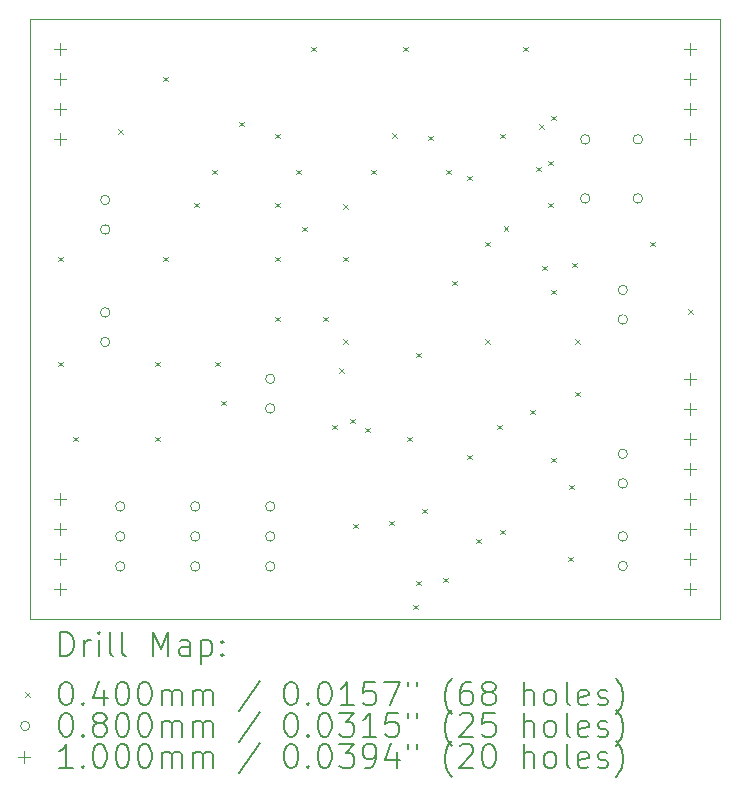
<source format=gbr>
%FSLAX45Y45*%
G04 Gerber Fmt 4.5, Leading zero omitted, Abs format (unit mm)*
G04 Created by KiCad (PCBNEW 6.0.5+dfsg-1~bpo11+1) date 2022-08-15 22:36:42*
%MOMM*%
%LPD*%
G01*
G04 APERTURE LIST*
%TA.AperFunction,Profile*%
%ADD10C,0.050000*%
%TD*%
%ADD11C,0.200000*%
%ADD12C,0.040000*%
%ADD13C,0.080000*%
%ADD14C,0.100000*%
G04 APERTURE END LIST*
D10*
X12001500Y-7366000D02*
X12001500Y-12446000D01*
X17843500Y-7366000D02*
X17843500Y-12446000D01*
X12001500Y-12446000D02*
X17843500Y-12446000D01*
X12001500Y-7366000D02*
X17843500Y-7366000D01*
D11*
D12*
X12235500Y-9378000D02*
X12275500Y-9418000D01*
X12275500Y-9378000D02*
X12235500Y-9418000D01*
X12235500Y-10267000D02*
X12275500Y-10307000D01*
X12275500Y-10267000D02*
X12235500Y-10307000D01*
X12362500Y-10902000D02*
X12402500Y-10942000D01*
X12402500Y-10902000D02*
X12362500Y-10942000D01*
X12743500Y-8298500D02*
X12783500Y-8338500D01*
X12783500Y-8298500D02*
X12743500Y-8338500D01*
X13061000Y-10267000D02*
X13101000Y-10307000D01*
X13101000Y-10267000D02*
X13061000Y-10307000D01*
X13061000Y-10902000D02*
X13101000Y-10942000D01*
X13101000Y-10902000D02*
X13061000Y-10942000D01*
X13124500Y-7854000D02*
X13164500Y-7894000D01*
X13164500Y-7854000D02*
X13124500Y-7894000D01*
X13124500Y-9378000D02*
X13164500Y-9418000D01*
X13164500Y-9378000D02*
X13124500Y-9418000D01*
X13391200Y-8920800D02*
X13431200Y-8960800D01*
X13431200Y-8920800D02*
X13391200Y-8960800D01*
X13543600Y-8641400D02*
X13583600Y-8681400D01*
X13583600Y-8641400D02*
X13543600Y-8681400D01*
X13569000Y-10267000D02*
X13609000Y-10307000D01*
X13609000Y-10267000D02*
X13569000Y-10307000D01*
X13619800Y-10597200D02*
X13659800Y-10637200D01*
X13659800Y-10597200D02*
X13619800Y-10637200D01*
X13772200Y-8235000D02*
X13812200Y-8275000D01*
X13812200Y-8235000D02*
X13772200Y-8275000D01*
X14077000Y-8336600D02*
X14117000Y-8376600D01*
X14117000Y-8336600D02*
X14077000Y-8376600D01*
X14077000Y-8920800D02*
X14117000Y-8960800D01*
X14117000Y-8920800D02*
X14077000Y-8960800D01*
X14077000Y-9378000D02*
X14117000Y-9418000D01*
X14117000Y-9378000D02*
X14077000Y-9418000D01*
X14077000Y-9886000D02*
X14117000Y-9926000D01*
X14117000Y-9886000D02*
X14077000Y-9926000D01*
X14254800Y-8641400D02*
X14294800Y-8681400D01*
X14294800Y-8641400D02*
X14254800Y-8681400D01*
X14305600Y-9124000D02*
X14345600Y-9164000D01*
X14345600Y-9124000D02*
X14305600Y-9164000D01*
X14381800Y-7600000D02*
X14421800Y-7640000D01*
X14421800Y-7600000D02*
X14381800Y-7640000D01*
X14483400Y-9886000D02*
X14523400Y-9926000D01*
X14523400Y-9886000D02*
X14483400Y-9926000D01*
X14559600Y-10800400D02*
X14599600Y-10840400D01*
X14599600Y-10800400D02*
X14559600Y-10840400D01*
X14613550Y-10320950D02*
X14653550Y-10360950D01*
X14653550Y-10320950D02*
X14613550Y-10360950D01*
X14648500Y-8933500D02*
X14688500Y-8973500D01*
X14688500Y-8933500D02*
X14648500Y-8973500D01*
X14648500Y-9378000D02*
X14688500Y-9418000D01*
X14688500Y-9378000D02*
X14648500Y-9418000D01*
X14648500Y-10076500D02*
X14688500Y-10116500D01*
X14688500Y-10076500D02*
X14648500Y-10116500D01*
X14712000Y-10749600D02*
X14752000Y-10789600D01*
X14752000Y-10749600D02*
X14712000Y-10789600D01*
X14737400Y-11638600D02*
X14777400Y-11678600D01*
X14777400Y-11638600D02*
X14737400Y-11678600D01*
X14839000Y-10825800D02*
X14879000Y-10865800D01*
X14879000Y-10825800D02*
X14839000Y-10865800D01*
X14889800Y-8641400D02*
X14929800Y-8681400D01*
X14929800Y-8641400D02*
X14889800Y-8681400D01*
X15042200Y-11613200D02*
X15082200Y-11653200D01*
X15082200Y-11613200D02*
X15042200Y-11653200D01*
X15064400Y-8333400D02*
X15104400Y-8373400D01*
X15104400Y-8333400D02*
X15064400Y-8373400D01*
X15156500Y-7600000D02*
X15196500Y-7640000D01*
X15196500Y-7600000D02*
X15156500Y-7640000D01*
X15194600Y-10902000D02*
X15234600Y-10942000D01*
X15234600Y-10902000D02*
X15194600Y-10942000D01*
X15245400Y-12324400D02*
X15285400Y-12364400D01*
X15285400Y-12324400D02*
X15245400Y-12364400D01*
X15270800Y-10190800D02*
X15310800Y-10230800D01*
X15310800Y-10190800D02*
X15270800Y-10230800D01*
X15270800Y-12121200D02*
X15310800Y-12161200D01*
X15310800Y-12121200D02*
X15270800Y-12161200D01*
X15321600Y-11511600D02*
X15361600Y-11551600D01*
X15361600Y-11511600D02*
X15321600Y-11551600D01*
X15372400Y-8355600D02*
X15412400Y-8395600D01*
X15412400Y-8355600D02*
X15372400Y-8395600D01*
X15499400Y-12095800D02*
X15539400Y-12135800D01*
X15539400Y-12095800D02*
X15499400Y-12135800D01*
X15524800Y-8641400D02*
X15564800Y-8681400D01*
X15564800Y-8641400D02*
X15524800Y-8681400D01*
X15575600Y-9581200D02*
X15615600Y-9621200D01*
X15615600Y-9581200D02*
X15575600Y-9621200D01*
X15702600Y-8692200D02*
X15742600Y-8732200D01*
X15742600Y-8692200D02*
X15702600Y-8732200D01*
X15702600Y-11054400D02*
X15742600Y-11094400D01*
X15742600Y-11054400D02*
X15702600Y-11094400D01*
X15778800Y-11765600D02*
X15818800Y-11805600D01*
X15818800Y-11765600D02*
X15778800Y-11805600D01*
X15855000Y-9251000D02*
X15895000Y-9291000D01*
X15895000Y-9251000D02*
X15855000Y-9291000D01*
X15855000Y-10076500D02*
X15895000Y-10116500D01*
X15895000Y-10076500D02*
X15855000Y-10116500D01*
X15956600Y-10800400D02*
X15996600Y-10840400D01*
X15996600Y-10800400D02*
X15956600Y-10840400D01*
X15982000Y-8336600D02*
X16022000Y-8376600D01*
X16022000Y-8336600D02*
X15982000Y-8376600D01*
X15982000Y-11689400D02*
X16022000Y-11729400D01*
X16022000Y-11689400D02*
X15982000Y-11729400D01*
X16008900Y-9122500D02*
X16048900Y-9162500D01*
X16048900Y-9122500D02*
X16008900Y-9162500D01*
X16172500Y-7600000D02*
X16212500Y-7640000D01*
X16212500Y-7600000D02*
X16172500Y-7640000D01*
X16236000Y-10673400D02*
X16276000Y-10713400D01*
X16276000Y-10673400D02*
X16236000Y-10713400D01*
X16286800Y-8616000D02*
X16326800Y-8656000D01*
X16326800Y-8616000D02*
X16286800Y-8656000D01*
X16312200Y-8259150D02*
X16352200Y-8299150D01*
X16352200Y-8259150D02*
X16312200Y-8299150D01*
X16337600Y-9454200D02*
X16377600Y-9494200D01*
X16377600Y-9454200D02*
X16337600Y-9494200D01*
X16388400Y-8565200D02*
X16428400Y-8605200D01*
X16428400Y-8565200D02*
X16388400Y-8605200D01*
X16388400Y-8920800D02*
X16428400Y-8960800D01*
X16428400Y-8920800D02*
X16388400Y-8960800D01*
X16413800Y-8184200D02*
X16453800Y-8224200D01*
X16453800Y-8184200D02*
X16413800Y-8224200D01*
X16413800Y-9657400D02*
X16453800Y-9697400D01*
X16453800Y-9657400D02*
X16413800Y-9697400D01*
X16413800Y-11079800D02*
X16453800Y-11119800D01*
X16453800Y-11079800D02*
X16413800Y-11119800D01*
X16553500Y-11918000D02*
X16593500Y-11958000D01*
X16593500Y-11918000D02*
X16553500Y-11958000D01*
X16566200Y-11308400D02*
X16606200Y-11348400D01*
X16606200Y-11308400D02*
X16566200Y-11348400D01*
X16591600Y-9428800D02*
X16631600Y-9468800D01*
X16631600Y-9428800D02*
X16591600Y-9468800D01*
X16617000Y-10076500D02*
X16657000Y-10116500D01*
X16657000Y-10076500D02*
X16617000Y-10116500D01*
X16617000Y-10521000D02*
X16657000Y-10561000D01*
X16657000Y-10521000D02*
X16617000Y-10561000D01*
X17252000Y-9251000D02*
X17292000Y-9291000D01*
X17292000Y-9251000D02*
X17252000Y-9291000D01*
X17569500Y-9822500D02*
X17609500Y-9862500D01*
X17609500Y-9822500D02*
X17569500Y-9862500D01*
D13*
X12676500Y-8898762D02*
G75*
G03*
X12676500Y-8898762I-40000J0D01*
G01*
X12676500Y-9148762D02*
G75*
G03*
X12676500Y-9148762I-40000J0D01*
G01*
X12676500Y-9851262D02*
G75*
G03*
X12676500Y-9851262I-40000J0D01*
G01*
X12676500Y-10101262D02*
G75*
G03*
X12676500Y-10101262I-40000J0D01*
G01*
X12803500Y-11493500D02*
G75*
G03*
X12803500Y-11493500I-40000J0D01*
G01*
X12803500Y-11747500D02*
G75*
G03*
X12803500Y-11747500I-40000J0D01*
G01*
X12803500Y-12001500D02*
G75*
G03*
X12803500Y-12001500I-40000J0D01*
G01*
X13438500Y-11493500D02*
G75*
G03*
X13438500Y-11493500I-40000J0D01*
G01*
X13438500Y-11747500D02*
G75*
G03*
X13438500Y-11747500I-40000J0D01*
G01*
X13438500Y-12001500D02*
G75*
G03*
X13438500Y-12001500I-40000J0D01*
G01*
X14073500Y-10414000D02*
G75*
G03*
X14073500Y-10414000I-40000J0D01*
G01*
X14073500Y-10664000D02*
G75*
G03*
X14073500Y-10664000I-40000J0D01*
G01*
X14073500Y-11493500D02*
G75*
G03*
X14073500Y-11493500I-40000J0D01*
G01*
X14073500Y-11747500D02*
G75*
G03*
X14073500Y-11747500I-40000J0D01*
G01*
X14073500Y-12001500D02*
G75*
G03*
X14073500Y-12001500I-40000J0D01*
G01*
X16740500Y-8386000D02*
G75*
G03*
X16740500Y-8386000I-40000J0D01*
G01*
X16740500Y-8886000D02*
G75*
G03*
X16740500Y-8886000I-40000J0D01*
G01*
X17058000Y-9660762D02*
G75*
G03*
X17058000Y-9660762I-40000J0D01*
G01*
X17058000Y-9910762D02*
G75*
G03*
X17058000Y-9910762I-40000J0D01*
G01*
X17058000Y-11049000D02*
G75*
G03*
X17058000Y-11049000I-40000J0D01*
G01*
X17058000Y-11299000D02*
G75*
G03*
X17058000Y-11299000I-40000J0D01*
G01*
X17058000Y-11747500D02*
G75*
G03*
X17058000Y-11747500I-40000J0D01*
G01*
X17058000Y-11997500D02*
G75*
G03*
X17058000Y-11997500I-40000J0D01*
G01*
X17185000Y-8386000D02*
G75*
G03*
X17185000Y-8386000I-40000J0D01*
G01*
X17185000Y-8886000D02*
G75*
G03*
X17185000Y-8886000I-40000J0D01*
G01*
D14*
X12255500Y-7570000D02*
X12255500Y-7670000D01*
X12205500Y-7620000D02*
X12305500Y-7620000D01*
X12255500Y-7824000D02*
X12255500Y-7924000D01*
X12205500Y-7874000D02*
X12305500Y-7874000D01*
X12255500Y-8078000D02*
X12255500Y-8178000D01*
X12205500Y-8128000D02*
X12305500Y-8128000D01*
X12255500Y-8332000D02*
X12255500Y-8432000D01*
X12205500Y-8382000D02*
X12305500Y-8382000D01*
X12255500Y-11380000D02*
X12255500Y-11480000D01*
X12205500Y-11430000D02*
X12305500Y-11430000D01*
X12255500Y-11634000D02*
X12255500Y-11734000D01*
X12205500Y-11684000D02*
X12305500Y-11684000D01*
X12255500Y-11888000D02*
X12255500Y-11988000D01*
X12205500Y-11938000D02*
X12305500Y-11938000D01*
X12255500Y-12142000D02*
X12255500Y-12242000D01*
X12205500Y-12192000D02*
X12305500Y-12192000D01*
X17589500Y-7570000D02*
X17589500Y-7670000D01*
X17539500Y-7620000D02*
X17639500Y-7620000D01*
X17589500Y-7824000D02*
X17589500Y-7924000D01*
X17539500Y-7874000D02*
X17639500Y-7874000D01*
X17589500Y-8078000D02*
X17589500Y-8178000D01*
X17539500Y-8128000D02*
X17639500Y-8128000D01*
X17589500Y-8332000D02*
X17589500Y-8432000D01*
X17539500Y-8382000D02*
X17639500Y-8382000D01*
X17589500Y-10364000D02*
X17589500Y-10464000D01*
X17539500Y-10414000D02*
X17639500Y-10414000D01*
X17589500Y-10618000D02*
X17589500Y-10718000D01*
X17539500Y-10668000D02*
X17639500Y-10668000D01*
X17589500Y-10872000D02*
X17589500Y-10972000D01*
X17539500Y-10922000D02*
X17639500Y-10922000D01*
X17589500Y-11126000D02*
X17589500Y-11226000D01*
X17539500Y-11176000D02*
X17639500Y-11176000D01*
X17589500Y-11380000D02*
X17589500Y-11480000D01*
X17539500Y-11430000D02*
X17639500Y-11430000D01*
X17589500Y-11634000D02*
X17589500Y-11734000D01*
X17539500Y-11684000D02*
X17639500Y-11684000D01*
X17589500Y-11888000D02*
X17589500Y-11988000D01*
X17539500Y-11938000D02*
X17639500Y-11938000D01*
X17589500Y-12142000D02*
X17589500Y-12242000D01*
X17539500Y-12192000D02*
X17639500Y-12192000D01*
D11*
X12256619Y-12758976D02*
X12256619Y-12558976D01*
X12304238Y-12558976D01*
X12332809Y-12568500D01*
X12351857Y-12587548D01*
X12361381Y-12606595D01*
X12370905Y-12644690D01*
X12370905Y-12673262D01*
X12361381Y-12711357D01*
X12351857Y-12730405D01*
X12332809Y-12749452D01*
X12304238Y-12758976D01*
X12256619Y-12758976D01*
X12456619Y-12758976D02*
X12456619Y-12625643D01*
X12456619Y-12663738D02*
X12466143Y-12644690D01*
X12475667Y-12635167D01*
X12494714Y-12625643D01*
X12513762Y-12625643D01*
X12580428Y-12758976D02*
X12580428Y-12625643D01*
X12580428Y-12558976D02*
X12570905Y-12568500D01*
X12580428Y-12578024D01*
X12589952Y-12568500D01*
X12580428Y-12558976D01*
X12580428Y-12578024D01*
X12704238Y-12758976D02*
X12685190Y-12749452D01*
X12675667Y-12730405D01*
X12675667Y-12558976D01*
X12809000Y-12758976D02*
X12789952Y-12749452D01*
X12780428Y-12730405D01*
X12780428Y-12558976D01*
X13037571Y-12758976D02*
X13037571Y-12558976D01*
X13104238Y-12701833D01*
X13170905Y-12558976D01*
X13170905Y-12758976D01*
X13351857Y-12758976D02*
X13351857Y-12654214D01*
X13342333Y-12635167D01*
X13323286Y-12625643D01*
X13285190Y-12625643D01*
X13266143Y-12635167D01*
X13351857Y-12749452D02*
X13332809Y-12758976D01*
X13285190Y-12758976D01*
X13266143Y-12749452D01*
X13256619Y-12730405D01*
X13256619Y-12711357D01*
X13266143Y-12692309D01*
X13285190Y-12682786D01*
X13332809Y-12682786D01*
X13351857Y-12673262D01*
X13447095Y-12625643D02*
X13447095Y-12825643D01*
X13447095Y-12635167D02*
X13466143Y-12625643D01*
X13504238Y-12625643D01*
X13523286Y-12635167D01*
X13532809Y-12644690D01*
X13542333Y-12663738D01*
X13542333Y-12720881D01*
X13532809Y-12739928D01*
X13523286Y-12749452D01*
X13504238Y-12758976D01*
X13466143Y-12758976D01*
X13447095Y-12749452D01*
X13628048Y-12739928D02*
X13637571Y-12749452D01*
X13628048Y-12758976D01*
X13618524Y-12749452D01*
X13628048Y-12739928D01*
X13628048Y-12758976D01*
X13628048Y-12635167D02*
X13637571Y-12644690D01*
X13628048Y-12654214D01*
X13618524Y-12644690D01*
X13628048Y-12635167D01*
X13628048Y-12654214D01*
D12*
X11959000Y-13068500D02*
X11999000Y-13108500D01*
X11999000Y-13068500D02*
X11959000Y-13108500D01*
D11*
X12294714Y-12978976D02*
X12313762Y-12978976D01*
X12332809Y-12988500D01*
X12342333Y-12998024D01*
X12351857Y-13017071D01*
X12361381Y-13055167D01*
X12361381Y-13102786D01*
X12351857Y-13140881D01*
X12342333Y-13159928D01*
X12332809Y-13169452D01*
X12313762Y-13178976D01*
X12294714Y-13178976D01*
X12275667Y-13169452D01*
X12266143Y-13159928D01*
X12256619Y-13140881D01*
X12247095Y-13102786D01*
X12247095Y-13055167D01*
X12256619Y-13017071D01*
X12266143Y-12998024D01*
X12275667Y-12988500D01*
X12294714Y-12978976D01*
X12447095Y-13159928D02*
X12456619Y-13169452D01*
X12447095Y-13178976D01*
X12437571Y-13169452D01*
X12447095Y-13159928D01*
X12447095Y-13178976D01*
X12628048Y-13045643D02*
X12628048Y-13178976D01*
X12580428Y-12969452D02*
X12532809Y-13112309D01*
X12656619Y-13112309D01*
X12770905Y-12978976D02*
X12789952Y-12978976D01*
X12809000Y-12988500D01*
X12818524Y-12998024D01*
X12828048Y-13017071D01*
X12837571Y-13055167D01*
X12837571Y-13102786D01*
X12828048Y-13140881D01*
X12818524Y-13159928D01*
X12809000Y-13169452D01*
X12789952Y-13178976D01*
X12770905Y-13178976D01*
X12751857Y-13169452D01*
X12742333Y-13159928D01*
X12732809Y-13140881D01*
X12723286Y-13102786D01*
X12723286Y-13055167D01*
X12732809Y-13017071D01*
X12742333Y-12998024D01*
X12751857Y-12988500D01*
X12770905Y-12978976D01*
X12961381Y-12978976D02*
X12980428Y-12978976D01*
X12999476Y-12988500D01*
X13009000Y-12998024D01*
X13018524Y-13017071D01*
X13028048Y-13055167D01*
X13028048Y-13102786D01*
X13018524Y-13140881D01*
X13009000Y-13159928D01*
X12999476Y-13169452D01*
X12980428Y-13178976D01*
X12961381Y-13178976D01*
X12942333Y-13169452D01*
X12932809Y-13159928D01*
X12923286Y-13140881D01*
X12913762Y-13102786D01*
X12913762Y-13055167D01*
X12923286Y-13017071D01*
X12932809Y-12998024D01*
X12942333Y-12988500D01*
X12961381Y-12978976D01*
X13113762Y-13178976D02*
X13113762Y-13045643D01*
X13113762Y-13064690D02*
X13123286Y-13055167D01*
X13142333Y-13045643D01*
X13170905Y-13045643D01*
X13189952Y-13055167D01*
X13199476Y-13074214D01*
X13199476Y-13178976D01*
X13199476Y-13074214D02*
X13209000Y-13055167D01*
X13228048Y-13045643D01*
X13256619Y-13045643D01*
X13275667Y-13055167D01*
X13285190Y-13074214D01*
X13285190Y-13178976D01*
X13380428Y-13178976D02*
X13380428Y-13045643D01*
X13380428Y-13064690D02*
X13389952Y-13055167D01*
X13409000Y-13045643D01*
X13437571Y-13045643D01*
X13456619Y-13055167D01*
X13466143Y-13074214D01*
X13466143Y-13178976D01*
X13466143Y-13074214D02*
X13475667Y-13055167D01*
X13494714Y-13045643D01*
X13523286Y-13045643D01*
X13542333Y-13055167D01*
X13551857Y-13074214D01*
X13551857Y-13178976D01*
X13942333Y-12969452D02*
X13770905Y-13226595D01*
X14199476Y-12978976D02*
X14218524Y-12978976D01*
X14237571Y-12988500D01*
X14247095Y-12998024D01*
X14256619Y-13017071D01*
X14266143Y-13055167D01*
X14266143Y-13102786D01*
X14256619Y-13140881D01*
X14247095Y-13159928D01*
X14237571Y-13169452D01*
X14218524Y-13178976D01*
X14199476Y-13178976D01*
X14180428Y-13169452D01*
X14170905Y-13159928D01*
X14161381Y-13140881D01*
X14151857Y-13102786D01*
X14151857Y-13055167D01*
X14161381Y-13017071D01*
X14170905Y-12998024D01*
X14180428Y-12988500D01*
X14199476Y-12978976D01*
X14351857Y-13159928D02*
X14361381Y-13169452D01*
X14351857Y-13178976D01*
X14342333Y-13169452D01*
X14351857Y-13159928D01*
X14351857Y-13178976D01*
X14485190Y-12978976D02*
X14504238Y-12978976D01*
X14523286Y-12988500D01*
X14532809Y-12998024D01*
X14542333Y-13017071D01*
X14551857Y-13055167D01*
X14551857Y-13102786D01*
X14542333Y-13140881D01*
X14532809Y-13159928D01*
X14523286Y-13169452D01*
X14504238Y-13178976D01*
X14485190Y-13178976D01*
X14466143Y-13169452D01*
X14456619Y-13159928D01*
X14447095Y-13140881D01*
X14437571Y-13102786D01*
X14437571Y-13055167D01*
X14447095Y-13017071D01*
X14456619Y-12998024D01*
X14466143Y-12988500D01*
X14485190Y-12978976D01*
X14742333Y-13178976D02*
X14628048Y-13178976D01*
X14685190Y-13178976D02*
X14685190Y-12978976D01*
X14666143Y-13007548D01*
X14647095Y-13026595D01*
X14628048Y-13036119D01*
X14923286Y-12978976D02*
X14828048Y-12978976D01*
X14818524Y-13074214D01*
X14828048Y-13064690D01*
X14847095Y-13055167D01*
X14894714Y-13055167D01*
X14913762Y-13064690D01*
X14923286Y-13074214D01*
X14932809Y-13093262D01*
X14932809Y-13140881D01*
X14923286Y-13159928D01*
X14913762Y-13169452D01*
X14894714Y-13178976D01*
X14847095Y-13178976D01*
X14828048Y-13169452D01*
X14818524Y-13159928D01*
X14999476Y-12978976D02*
X15132809Y-12978976D01*
X15047095Y-13178976D01*
X15199476Y-12978976D02*
X15199476Y-13017071D01*
X15275667Y-12978976D02*
X15275667Y-13017071D01*
X15570905Y-13255167D02*
X15561381Y-13245643D01*
X15542333Y-13217071D01*
X15532809Y-13198024D01*
X15523286Y-13169452D01*
X15513762Y-13121833D01*
X15513762Y-13083738D01*
X15523286Y-13036119D01*
X15532809Y-13007548D01*
X15542333Y-12988500D01*
X15561381Y-12959928D01*
X15570905Y-12950405D01*
X15732809Y-12978976D02*
X15694714Y-12978976D01*
X15675667Y-12988500D01*
X15666143Y-12998024D01*
X15647095Y-13026595D01*
X15637571Y-13064690D01*
X15637571Y-13140881D01*
X15647095Y-13159928D01*
X15656619Y-13169452D01*
X15675667Y-13178976D01*
X15713762Y-13178976D01*
X15732809Y-13169452D01*
X15742333Y-13159928D01*
X15751857Y-13140881D01*
X15751857Y-13093262D01*
X15742333Y-13074214D01*
X15732809Y-13064690D01*
X15713762Y-13055167D01*
X15675667Y-13055167D01*
X15656619Y-13064690D01*
X15647095Y-13074214D01*
X15637571Y-13093262D01*
X15866143Y-13064690D02*
X15847095Y-13055167D01*
X15837571Y-13045643D01*
X15828048Y-13026595D01*
X15828048Y-13017071D01*
X15837571Y-12998024D01*
X15847095Y-12988500D01*
X15866143Y-12978976D01*
X15904238Y-12978976D01*
X15923286Y-12988500D01*
X15932809Y-12998024D01*
X15942333Y-13017071D01*
X15942333Y-13026595D01*
X15932809Y-13045643D01*
X15923286Y-13055167D01*
X15904238Y-13064690D01*
X15866143Y-13064690D01*
X15847095Y-13074214D01*
X15837571Y-13083738D01*
X15828048Y-13102786D01*
X15828048Y-13140881D01*
X15837571Y-13159928D01*
X15847095Y-13169452D01*
X15866143Y-13178976D01*
X15904238Y-13178976D01*
X15923286Y-13169452D01*
X15932809Y-13159928D01*
X15942333Y-13140881D01*
X15942333Y-13102786D01*
X15932809Y-13083738D01*
X15923286Y-13074214D01*
X15904238Y-13064690D01*
X16180428Y-13178976D02*
X16180428Y-12978976D01*
X16266143Y-13178976D02*
X16266143Y-13074214D01*
X16256619Y-13055167D01*
X16237571Y-13045643D01*
X16209000Y-13045643D01*
X16189952Y-13055167D01*
X16180428Y-13064690D01*
X16389952Y-13178976D02*
X16370905Y-13169452D01*
X16361381Y-13159928D01*
X16351857Y-13140881D01*
X16351857Y-13083738D01*
X16361381Y-13064690D01*
X16370905Y-13055167D01*
X16389952Y-13045643D01*
X16418524Y-13045643D01*
X16437571Y-13055167D01*
X16447095Y-13064690D01*
X16456619Y-13083738D01*
X16456619Y-13140881D01*
X16447095Y-13159928D01*
X16437571Y-13169452D01*
X16418524Y-13178976D01*
X16389952Y-13178976D01*
X16570905Y-13178976D02*
X16551857Y-13169452D01*
X16542333Y-13150405D01*
X16542333Y-12978976D01*
X16723286Y-13169452D02*
X16704238Y-13178976D01*
X16666143Y-13178976D01*
X16647095Y-13169452D01*
X16637571Y-13150405D01*
X16637571Y-13074214D01*
X16647095Y-13055167D01*
X16666143Y-13045643D01*
X16704238Y-13045643D01*
X16723286Y-13055167D01*
X16732809Y-13074214D01*
X16732809Y-13093262D01*
X16637571Y-13112309D01*
X16809000Y-13169452D02*
X16828048Y-13178976D01*
X16866143Y-13178976D01*
X16885190Y-13169452D01*
X16894714Y-13150405D01*
X16894714Y-13140881D01*
X16885190Y-13121833D01*
X16866143Y-13112309D01*
X16837571Y-13112309D01*
X16818524Y-13102786D01*
X16809000Y-13083738D01*
X16809000Y-13074214D01*
X16818524Y-13055167D01*
X16837571Y-13045643D01*
X16866143Y-13045643D01*
X16885190Y-13055167D01*
X16961381Y-13255167D02*
X16970905Y-13245643D01*
X16989952Y-13217071D01*
X16999476Y-13198024D01*
X17009000Y-13169452D01*
X17018524Y-13121833D01*
X17018524Y-13083738D01*
X17009000Y-13036119D01*
X16999476Y-13007548D01*
X16989952Y-12988500D01*
X16970905Y-12959928D01*
X16961381Y-12950405D01*
D13*
X11999000Y-13352500D02*
G75*
G03*
X11999000Y-13352500I-40000J0D01*
G01*
D11*
X12294714Y-13242976D02*
X12313762Y-13242976D01*
X12332809Y-13252500D01*
X12342333Y-13262024D01*
X12351857Y-13281071D01*
X12361381Y-13319167D01*
X12361381Y-13366786D01*
X12351857Y-13404881D01*
X12342333Y-13423928D01*
X12332809Y-13433452D01*
X12313762Y-13442976D01*
X12294714Y-13442976D01*
X12275667Y-13433452D01*
X12266143Y-13423928D01*
X12256619Y-13404881D01*
X12247095Y-13366786D01*
X12247095Y-13319167D01*
X12256619Y-13281071D01*
X12266143Y-13262024D01*
X12275667Y-13252500D01*
X12294714Y-13242976D01*
X12447095Y-13423928D02*
X12456619Y-13433452D01*
X12447095Y-13442976D01*
X12437571Y-13433452D01*
X12447095Y-13423928D01*
X12447095Y-13442976D01*
X12570905Y-13328690D02*
X12551857Y-13319167D01*
X12542333Y-13309643D01*
X12532809Y-13290595D01*
X12532809Y-13281071D01*
X12542333Y-13262024D01*
X12551857Y-13252500D01*
X12570905Y-13242976D01*
X12609000Y-13242976D01*
X12628048Y-13252500D01*
X12637571Y-13262024D01*
X12647095Y-13281071D01*
X12647095Y-13290595D01*
X12637571Y-13309643D01*
X12628048Y-13319167D01*
X12609000Y-13328690D01*
X12570905Y-13328690D01*
X12551857Y-13338214D01*
X12542333Y-13347738D01*
X12532809Y-13366786D01*
X12532809Y-13404881D01*
X12542333Y-13423928D01*
X12551857Y-13433452D01*
X12570905Y-13442976D01*
X12609000Y-13442976D01*
X12628048Y-13433452D01*
X12637571Y-13423928D01*
X12647095Y-13404881D01*
X12647095Y-13366786D01*
X12637571Y-13347738D01*
X12628048Y-13338214D01*
X12609000Y-13328690D01*
X12770905Y-13242976D02*
X12789952Y-13242976D01*
X12809000Y-13252500D01*
X12818524Y-13262024D01*
X12828048Y-13281071D01*
X12837571Y-13319167D01*
X12837571Y-13366786D01*
X12828048Y-13404881D01*
X12818524Y-13423928D01*
X12809000Y-13433452D01*
X12789952Y-13442976D01*
X12770905Y-13442976D01*
X12751857Y-13433452D01*
X12742333Y-13423928D01*
X12732809Y-13404881D01*
X12723286Y-13366786D01*
X12723286Y-13319167D01*
X12732809Y-13281071D01*
X12742333Y-13262024D01*
X12751857Y-13252500D01*
X12770905Y-13242976D01*
X12961381Y-13242976D02*
X12980428Y-13242976D01*
X12999476Y-13252500D01*
X13009000Y-13262024D01*
X13018524Y-13281071D01*
X13028048Y-13319167D01*
X13028048Y-13366786D01*
X13018524Y-13404881D01*
X13009000Y-13423928D01*
X12999476Y-13433452D01*
X12980428Y-13442976D01*
X12961381Y-13442976D01*
X12942333Y-13433452D01*
X12932809Y-13423928D01*
X12923286Y-13404881D01*
X12913762Y-13366786D01*
X12913762Y-13319167D01*
X12923286Y-13281071D01*
X12932809Y-13262024D01*
X12942333Y-13252500D01*
X12961381Y-13242976D01*
X13113762Y-13442976D02*
X13113762Y-13309643D01*
X13113762Y-13328690D02*
X13123286Y-13319167D01*
X13142333Y-13309643D01*
X13170905Y-13309643D01*
X13189952Y-13319167D01*
X13199476Y-13338214D01*
X13199476Y-13442976D01*
X13199476Y-13338214D02*
X13209000Y-13319167D01*
X13228048Y-13309643D01*
X13256619Y-13309643D01*
X13275667Y-13319167D01*
X13285190Y-13338214D01*
X13285190Y-13442976D01*
X13380428Y-13442976D02*
X13380428Y-13309643D01*
X13380428Y-13328690D02*
X13389952Y-13319167D01*
X13409000Y-13309643D01*
X13437571Y-13309643D01*
X13456619Y-13319167D01*
X13466143Y-13338214D01*
X13466143Y-13442976D01*
X13466143Y-13338214D02*
X13475667Y-13319167D01*
X13494714Y-13309643D01*
X13523286Y-13309643D01*
X13542333Y-13319167D01*
X13551857Y-13338214D01*
X13551857Y-13442976D01*
X13942333Y-13233452D02*
X13770905Y-13490595D01*
X14199476Y-13242976D02*
X14218524Y-13242976D01*
X14237571Y-13252500D01*
X14247095Y-13262024D01*
X14256619Y-13281071D01*
X14266143Y-13319167D01*
X14266143Y-13366786D01*
X14256619Y-13404881D01*
X14247095Y-13423928D01*
X14237571Y-13433452D01*
X14218524Y-13442976D01*
X14199476Y-13442976D01*
X14180428Y-13433452D01*
X14170905Y-13423928D01*
X14161381Y-13404881D01*
X14151857Y-13366786D01*
X14151857Y-13319167D01*
X14161381Y-13281071D01*
X14170905Y-13262024D01*
X14180428Y-13252500D01*
X14199476Y-13242976D01*
X14351857Y-13423928D02*
X14361381Y-13433452D01*
X14351857Y-13442976D01*
X14342333Y-13433452D01*
X14351857Y-13423928D01*
X14351857Y-13442976D01*
X14485190Y-13242976D02*
X14504238Y-13242976D01*
X14523286Y-13252500D01*
X14532809Y-13262024D01*
X14542333Y-13281071D01*
X14551857Y-13319167D01*
X14551857Y-13366786D01*
X14542333Y-13404881D01*
X14532809Y-13423928D01*
X14523286Y-13433452D01*
X14504238Y-13442976D01*
X14485190Y-13442976D01*
X14466143Y-13433452D01*
X14456619Y-13423928D01*
X14447095Y-13404881D01*
X14437571Y-13366786D01*
X14437571Y-13319167D01*
X14447095Y-13281071D01*
X14456619Y-13262024D01*
X14466143Y-13252500D01*
X14485190Y-13242976D01*
X14618524Y-13242976D02*
X14742333Y-13242976D01*
X14675667Y-13319167D01*
X14704238Y-13319167D01*
X14723286Y-13328690D01*
X14732809Y-13338214D01*
X14742333Y-13357262D01*
X14742333Y-13404881D01*
X14732809Y-13423928D01*
X14723286Y-13433452D01*
X14704238Y-13442976D01*
X14647095Y-13442976D01*
X14628048Y-13433452D01*
X14618524Y-13423928D01*
X14932809Y-13442976D02*
X14818524Y-13442976D01*
X14875667Y-13442976D02*
X14875667Y-13242976D01*
X14856619Y-13271548D01*
X14837571Y-13290595D01*
X14818524Y-13300119D01*
X15113762Y-13242976D02*
X15018524Y-13242976D01*
X15009000Y-13338214D01*
X15018524Y-13328690D01*
X15037571Y-13319167D01*
X15085190Y-13319167D01*
X15104238Y-13328690D01*
X15113762Y-13338214D01*
X15123286Y-13357262D01*
X15123286Y-13404881D01*
X15113762Y-13423928D01*
X15104238Y-13433452D01*
X15085190Y-13442976D01*
X15037571Y-13442976D01*
X15018524Y-13433452D01*
X15009000Y-13423928D01*
X15199476Y-13242976D02*
X15199476Y-13281071D01*
X15275667Y-13242976D02*
X15275667Y-13281071D01*
X15570905Y-13519167D02*
X15561381Y-13509643D01*
X15542333Y-13481071D01*
X15532809Y-13462024D01*
X15523286Y-13433452D01*
X15513762Y-13385833D01*
X15513762Y-13347738D01*
X15523286Y-13300119D01*
X15532809Y-13271548D01*
X15542333Y-13252500D01*
X15561381Y-13223928D01*
X15570905Y-13214405D01*
X15637571Y-13262024D02*
X15647095Y-13252500D01*
X15666143Y-13242976D01*
X15713762Y-13242976D01*
X15732809Y-13252500D01*
X15742333Y-13262024D01*
X15751857Y-13281071D01*
X15751857Y-13300119D01*
X15742333Y-13328690D01*
X15628048Y-13442976D01*
X15751857Y-13442976D01*
X15932809Y-13242976D02*
X15837571Y-13242976D01*
X15828048Y-13338214D01*
X15837571Y-13328690D01*
X15856619Y-13319167D01*
X15904238Y-13319167D01*
X15923286Y-13328690D01*
X15932809Y-13338214D01*
X15942333Y-13357262D01*
X15942333Y-13404881D01*
X15932809Y-13423928D01*
X15923286Y-13433452D01*
X15904238Y-13442976D01*
X15856619Y-13442976D01*
X15837571Y-13433452D01*
X15828048Y-13423928D01*
X16180428Y-13442976D02*
X16180428Y-13242976D01*
X16266143Y-13442976D02*
X16266143Y-13338214D01*
X16256619Y-13319167D01*
X16237571Y-13309643D01*
X16209000Y-13309643D01*
X16189952Y-13319167D01*
X16180428Y-13328690D01*
X16389952Y-13442976D02*
X16370905Y-13433452D01*
X16361381Y-13423928D01*
X16351857Y-13404881D01*
X16351857Y-13347738D01*
X16361381Y-13328690D01*
X16370905Y-13319167D01*
X16389952Y-13309643D01*
X16418524Y-13309643D01*
X16437571Y-13319167D01*
X16447095Y-13328690D01*
X16456619Y-13347738D01*
X16456619Y-13404881D01*
X16447095Y-13423928D01*
X16437571Y-13433452D01*
X16418524Y-13442976D01*
X16389952Y-13442976D01*
X16570905Y-13442976D02*
X16551857Y-13433452D01*
X16542333Y-13414405D01*
X16542333Y-13242976D01*
X16723286Y-13433452D02*
X16704238Y-13442976D01*
X16666143Y-13442976D01*
X16647095Y-13433452D01*
X16637571Y-13414405D01*
X16637571Y-13338214D01*
X16647095Y-13319167D01*
X16666143Y-13309643D01*
X16704238Y-13309643D01*
X16723286Y-13319167D01*
X16732809Y-13338214D01*
X16732809Y-13357262D01*
X16637571Y-13376309D01*
X16809000Y-13433452D02*
X16828048Y-13442976D01*
X16866143Y-13442976D01*
X16885190Y-13433452D01*
X16894714Y-13414405D01*
X16894714Y-13404881D01*
X16885190Y-13385833D01*
X16866143Y-13376309D01*
X16837571Y-13376309D01*
X16818524Y-13366786D01*
X16809000Y-13347738D01*
X16809000Y-13338214D01*
X16818524Y-13319167D01*
X16837571Y-13309643D01*
X16866143Y-13309643D01*
X16885190Y-13319167D01*
X16961381Y-13519167D02*
X16970905Y-13509643D01*
X16989952Y-13481071D01*
X16999476Y-13462024D01*
X17009000Y-13433452D01*
X17018524Y-13385833D01*
X17018524Y-13347738D01*
X17009000Y-13300119D01*
X16999476Y-13271548D01*
X16989952Y-13252500D01*
X16970905Y-13223928D01*
X16961381Y-13214405D01*
D14*
X11949000Y-13566500D02*
X11949000Y-13666500D01*
X11899000Y-13616500D02*
X11999000Y-13616500D01*
D11*
X12361381Y-13706976D02*
X12247095Y-13706976D01*
X12304238Y-13706976D02*
X12304238Y-13506976D01*
X12285190Y-13535548D01*
X12266143Y-13554595D01*
X12247095Y-13564119D01*
X12447095Y-13687928D02*
X12456619Y-13697452D01*
X12447095Y-13706976D01*
X12437571Y-13697452D01*
X12447095Y-13687928D01*
X12447095Y-13706976D01*
X12580428Y-13506976D02*
X12599476Y-13506976D01*
X12618524Y-13516500D01*
X12628048Y-13526024D01*
X12637571Y-13545071D01*
X12647095Y-13583167D01*
X12647095Y-13630786D01*
X12637571Y-13668881D01*
X12628048Y-13687928D01*
X12618524Y-13697452D01*
X12599476Y-13706976D01*
X12580428Y-13706976D01*
X12561381Y-13697452D01*
X12551857Y-13687928D01*
X12542333Y-13668881D01*
X12532809Y-13630786D01*
X12532809Y-13583167D01*
X12542333Y-13545071D01*
X12551857Y-13526024D01*
X12561381Y-13516500D01*
X12580428Y-13506976D01*
X12770905Y-13506976D02*
X12789952Y-13506976D01*
X12809000Y-13516500D01*
X12818524Y-13526024D01*
X12828048Y-13545071D01*
X12837571Y-13583167D01*
X12837571Y-13630786D01*
X12828048Y-13668881D01*
X12818524Y-13687928D01*
X12809000Y-13697452D01*
X12789952Y-13706976D01*
X12770905Y-13706976D01*
X12751857Y-13697452D01*
X12742333Y-13687928D01*
X12732809Y-13668881D01*
X12723286Y-13630786D01*
X12723286Y-13583167D01*
X12732809Y-13545071D01*
X12742333Y-13526024D01*
X12751857Y-13516500D01*
X12770905Y-13506976D01*
X12961381Y-13506976D02*
X12980428Y-13506976D01*
X12999476Y-13516500D01*
X13009000Y-13526024D01*
X13018524Y-13545071D01*
X13028048Y-13583167D01*
X13028048Y-13630786D01*
X13018524Y-13668881D01*
X13009000Y-13687928D01*
X12999476Y-13697452D01*
X12980428Y-13706976D01*
X12961381Y-13706976D01*
X12942333Y-13697452D01*
X12932809Y-13687928D01*
X12923286Y-13668881D01*
X12913762Y-13630786D01*
X12913762Y-13583167D01*
X12923286Y-13545071D01*
X12932809Y-13526024D01*
X12942333Y-13516500D01*
X12961381Y-13506976D01*
X13113762Y-13706976D02*
X13113762Y-13573643D01*
X13113762Y-13592690D02*
X13123286Y-13583167D01*
X13142333Y-13573643D01*
X13170905Y-13573643D01*
X13189952Y-13583167D01*
X13199476Y-13602214D01*
X13199476Y-13706976D01*
X13199476Y-13602214D02*
X13209000Y-13583167D01*
X13228048Y-13573643D01*
X13256619Y-13573643D01*
X13275667Y-13583167D01*
X13285190Y-13602214D01*
X13285190Y-13706976D01*
X13380428Y-13706976D02*
X13380428Y-13573643D01*
X13380428Y-13592690D02*
X13389952Y-13583167D01*
X13409000Y-13573643D01*
X13437571Y-13573643D01*
X13456619Y-13583167D01*
X13466143Y-13602214D01*
X13466143Y-13706976D01*
X13466143Y-13602214D02*
X13475667Y-13583167D01*
X13494714Y-13573643D01*
X13523286Y-13573643D01*
X13542333Y-13583167D01*
X13551857Y-13602214D01*
X13551857Y-13706976D01*
X13942333Y-13497452D02*
X13770905Y-13754595D01*
X14199476Y-13506976D02*
X14218524Y-13506976D01*
X14237571Y-13516500D01*
X14247095Y-13526024D01*
X14256619Y-13545071D01*
X14266143Y-13583167D01*
X14266143Y-13630786D01*
X14256619Y-13668881D01*
X14247095Y-13687928D01*
X14237571Y-13697452D01*
X14218524Y-13706976D01*
X14199476Y-13706976D01*
X14180428Y-13697452D01*
X14170905Y-13687928D01*
X14161381Y-13668881D01*
X14151857Y-13630786D01*
X14151857Y-13583167D01*
X14161381Y-13545071D01*
X14170905Y-13526024D01*
X14180428Y-13516500D01*
X14199476Y-13506976D01*
X14351857Y-13687928D02*
X14361381Y-13697452D01*
X14351857Y-13706976D01*
X14342333Y-13697452D01*
X14351857Y-13687928D01*
X14351857Y-13706976D01*
X14485190Y-13506976D02*
X14504238Y-13506976D01*
X14523286Y-13516500D01*
X14532809Y-13526024D01*
X14542333Y-13545071D01*
X14551857Y-13583167D01*
X14551857Y-13630786D01*
X14542333Y-13668881D01*
X14532809Y-13687928D01*
X14523286Y-13697452D01*
X14504238Y-13706976D01*
X14485190Y-13706976D01*
X14466143Y-13697452D01*
X14456619Y-13687928D01*
X14447095Y-13668881D01*
X14437571Y-13630786D01*
X14437571Y-13583167D01*
X14447095Y-13545071D01*
X14456619Y-13526024D01*
X14466143Y-13516500D01*
X14485190Y-13506976D01*
X14618524Y-13506976D02*
X14742333Y-13506976D01*
X14675667Y-13583167D01*
X14704238Y-13583167D01*
X14723286Y-13592690D01*
X14732809Y-13602214D01*
X14742333Y-13621262D01*
X14742333Y-13668881D01*
X14732809Y-13687928D01*
X14723286Y-13697452D01*
X14704238Y-13706976D01*
X14647095Y-13706976D01*
X14628048Y-13697452D01*
X14618524Y-13687928D01*
X14837571Y-13706976D02*
X14875667Y-13706976D01*
X14894714Y-13697452D01*
X14904238Y-13687928D01*
X14923286Y-13659357D01*
X14932809Y-13621262D01*
X14932809Y-13545071D01*
X14923286Y-13526024D01*
X14913762Y-13516500D01*
X14894714Y-13506976D01*
X14856619Y-13506976D01*
X14837571Y-13516500D01*
X14828048Y-13526024D01*
X14818524Y-13545071D01*
X14818524Y-13592690D01*
X14828048Y-13611738D01*
X14837571Y-13621262D01*
X14856619Y-13630786D01*
X14894714Y-13630786D01*
X14913762Y-13621262D01*
X14923286Y-13611738D01*
X14932809Y-13592690D01*
X15104238Y-13573643D02*
X15104238Y-13706976D01*
X15056619Y-13497452D02*
X15009000Y-13640309D01*
X15132809Y-13640309D01*
X15199476Y-13506976D02*
X15199476Y-13545071D01*
X15275667Y-13506976D02*
X15275667Y-13545071D01*
X15570905Y-13783167D02*
X15561381Y-13773643D01*
X15542333Y-13745071D01*
X15532809Y-13726024D01*
X15523286Y-13697452D01*
X15513762Y-13649833D01*
X15513762Y-13611738D01*
X15523286Y-13564119D01*
X15532809Y-13535548D01*
X15542333Y-13516500D01*
X15561381Y-13487928D01*
X15570905Y-13478405D01*
X15637571Y-13526024D02*
X15647095Y-13516500D01*
X15666143Y-13506976D01*
X15713762Y-13506976D01*
X15732809Y-13516500D01*
X15742333Y-13526024D01*
X15751857Y-13545071D01*
X15751857Y-13564119D01*
X15742333Y-13592690D01*
X15628048Y-13706976D01*
X15751857Y-13706976D01*
X15875667Y-13506976D02*
X15894714Y-13506976D01*
X15913762Y-13516500D01*
X15923286Y-13526024D01*
X15932809Y-13545071D01*
X15942333Y-13583167D01*
X15942333Y-13630786D01*
X15932809Y-13668881D01*
X15923286Y-13687928D01*
X15913762Y-13697452D01*
X15894714Y-13706976D01*
X15875667Y-13706976D01*
X15856619Y-13697452D01*
X15847095Y-13687928D01*
X15837571Y-13668881D01*
X15828048Y-13630786D01*
X15828048Y-13583167D01*
X15837571Y-13545071D01*
X15847095Y-13526024D01*
X15856619Y-13516500D01*
X15875667Y-13506976D01*
X16180428Y-13706976D02*
X16180428Y-13506976D01*
X16266143Y-13706976D02*
X16266143Y-13602214D01*
X16256619Y-13583167D01*
X16237571Y-13573643D01*
X16209000Y-13573643D01*
X16189952Y-13583167D01*
X16180428Y-13592690D01*
X16389952Y-13706976D02*
X16370905Y-13697452D01*
X16361381Y-13687928D01*
X16351857Y-13668881D01*
X16351857Y-13611738D01*
X16361381Y-13592690D01*
X16370905Y-13583167D01*
X16389952Y-13573643D01*
X16418524Y-13573643D01*
X16437571Y-13583167D01*
X16447095Y-13592690D01*
X16456619Y-13611738D01*
X16456619Y-13668881D01*
X16447095Y-13687928D01*
X16437571Y-13697452D01*
X16418524Y-13706976D01*
X16389952Y-13706976D01*
X16570905Y-13706976D02*
X16551857Y-13697452D01*
X16542333Y-13678405D01*
X16542333Y-13506976D01*
X16723286Y-13697452D02*
X16704238Y-13706976D01*
X16666143Y-13706976D01*
X16647095Y-13697452D01*
X16637571Y-13678405D01*
X16637571Y-13602214D01*
X16647095Y-13583167D01*
X16666143Y-13573643D01*
X16704238Y-13573643D01*
X16723286Y-13583167D01*
X16732809Y-13602214D01*
X16732809Y-13621262D01*
X16637571Y-13640309D01*
X16809000Y-13697452D02*
X16828048Y-13706976D01*
X16866143Y-13706976D01*
X16885190Y-13697452D01*
X16894714Y-13678405D01*
X16894714Y-13668881D01*
X16885190Y-13649833D01*
X16866143Y-13640309D01*
X16837571Y-13640309D01*
X16818524Y-13630786D01*
X16809000Y-13611738D01*
X16809000Y-13602214D01*
X16818524Y-13583167D01*
X16837571Y-13573643D01*
X16866143Y-13573643D01*
X16885190Y-13583167D01*
X16961381Y-13783167D02*
X16970905Y-13773643D01*
X16989952Y-13745071D01*
X16999476Y-13726024D01*
X17009000Y-13697452D01*
X17018524Y-13649833D01*
X17018524Y-13611738D01*
X17009000Y-13564119D01*
X16999476Y-13535548D01*
X16989952Y-13516500D01*
X16970905Y-13487928D01*
X16961381Y-13478405D01*
M02*

</source>
